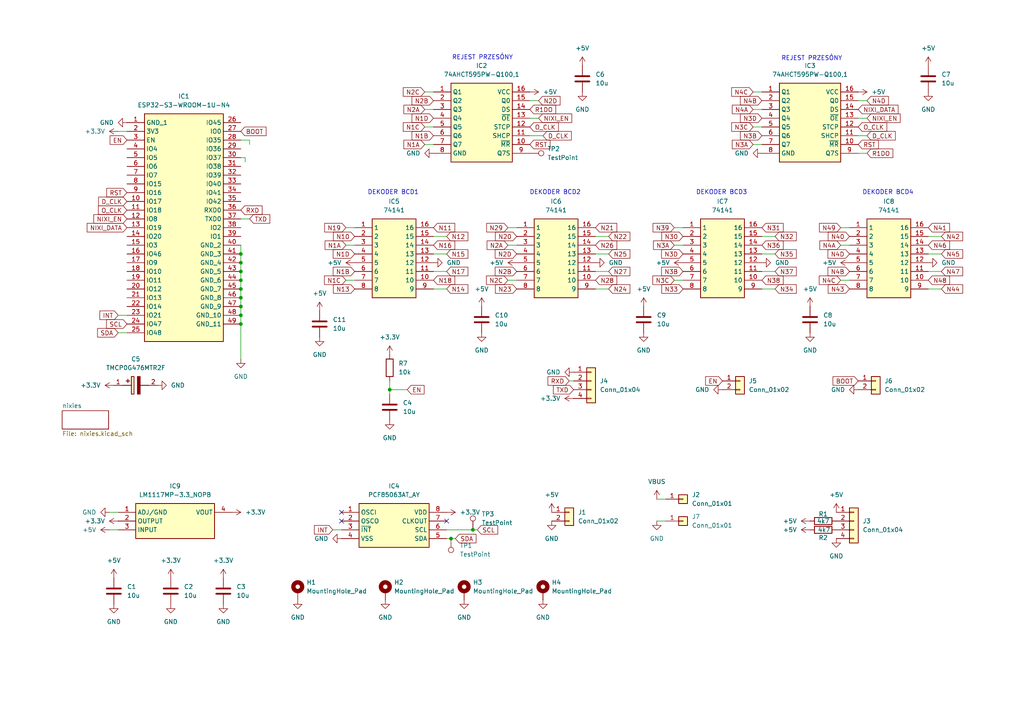
<source format=kicad_sch>
(kicad_sch (version 20250114) (generator "eeschema") (generator_version "9.0")
  (paper "A4")
  (text "DEKODER BCD2\n" (at 161.036 55.88 0) (effects (font (size 1.27 1.27))))
  (text "REJEST PRZESÓNY\n" (at 235.458 17.018 0) (effects (font (size 1.27 1.27))))
  (text "DEKODER BCD4" (at 257.556 55.88 0) (effects (font (size 1.27 1.27))))
  (text "DEKODER BCD3" (at 209.296 55.88 0) (effects (font (size 1.27 1.27))))
  (text "DEKODER BCD1\n" (at 114.046 55.88 0) (effects (font (size 1.27 1.27))))
  (text "REJEST PRZESÓNY\n" (at 139.954 16.764 0) (effects (font (size 1.27 1.27))))
  (junction (at 69.85 78.74))
  (junction (at 69.85 86.36))
  (junction (at 69.85 93.98))
  (junction (at 69.85 73.66))
  (junction (at 137.16 153.67))
  (junction (at 69.85 81.28))
  (junction (at 113.03 113.03))
  (junction (at 69.85 91.44))
  (junction (at 69.85 88.9))
  (junction (at 69.85 76.2))
  (junction (at 130.81 156.21))
  (junction (at 69.85 83.82))
  (no_connect (at 129.54 151.13))
  (no_connect (at 99.06 148.59))
  (no_connect (at 99.06 151.13))
  (wire (pts (xy 125.73 83.82) (xy 129.54 83.82)))
  (wire (pts (xy 172.72 73.66) (xy 176.53 73.66)))
  (wire (pts (xy 69.85 104.14) (xy 69.85 93.98)))
  (wire (pts (xy 130.81 156.21) (xy 132.08 156.21)))
  (wire (pts (xy 113.03 113.03) (xy 118.11 113.03)))
  (wire (pts (xy 218.44 36.83) (xy 220.98 36.83)))
  (wire (pts (xy 153.67 39.37) (xy 157.48 39.37)))
  (wire (pts (xy 123.19 26.67) (xy 125.73 26.67)))
  (wire (pts (xy 220.98 73.66) (xy 224.79 73.66)))
  (wire (pts (xy 123.19 36.83) (xy 125.73 36.83)))
  (wire (pts (xy 251.46 29.21) (xy 248.92 29.21)))
  (wire (pts (xy 125.73 68.58) (xy 129.54 68.58)))
  (wire (pts (xy 220.98 68.58) (xy 224.79 68.58)))
  (wire (pts (xy 190.5 151.13) (xy 193.04 151.13)))
  (wire (pts (xy 193.04 144.78) (xy 190.5 144.78)))
  (wire (pts (xy 147.32 71.12) (xy 149.86 71.12)))
  (wire (pts (xy 34.29 91.44) (xy 36.83 91.44)))
  (wire (pts (xy 69.85 86.36) (xy 69.85 88.9)))
  (wire (pts (xy 123.19 31.75) (xy 125.73 31.75)))
  (wire (pts (xy 69.85 78.74) (xy 69.85 81.28)))
  (wire (pts (xy 34.29 96.52) (xy 36.83 96.52)))
  (wire (pts (xy 137.16 153.67) (xy 129.54 153.67)))
  (wire (pts (xy 153.67 34.29) (xy 156.21 34.29)))
  (wire (pts (xy 69.85 83.82) (xy 69.85 86.36)))
  (wire (pts (xy 269.24 68.58) (xy 273.05 68.58)))
  (wire (pts (xy 69.85 81.28) (xy 69.85 83.82)))
  (wire (pts (xy 31.75 148.59) (xy 34.29 148.59)))
  (wire (pts (xy 71.12 46.99) (xy 71.12 45.72)))
  (wire (pts (xy 218.44 26.67) (xy 220.98 26.67)))
  (wire (pts (xy 243.84 81.28) (xy 246.38 81.28)))
  (wire (pts (xy 269.24 83.82) (xy 273.05 83.82)))
  (wire (pts (xy 172.72 68.58) (xy 176.53 68.58)))
  (wire (pts (xy 125.73 78.74) (xy 129.54 78.74)))
  (wire (pts (xy 165.1 110.49) (xy 166.37 110.49)))
  (wire (pts (xy 69.85 76.2) (xy 69.85 78.74)))
  (wire (pts (xy 248.92 39.37) (xy 251.46 39.37)))
  (wire (pts (xy 195.58 66.04) (xy 198.12 66.04)))
  (wire (pts (xy 218.44 31.75) (xy 220.98 31.75)))
  (wire (pts (xy 172.72 83.82) (xy 176.53 83.82)))
  (wire (pts (xy 243.84 71.12) (xy 246.38 71.12)))
  (wire (pts (xy 100.33 81.28) (xy 102.87 81.28)))
  (wire (pts (xy 100.33 71.12) (xy 102.87 71.12)))
  (wire (pts (xy 153.67 29.21) (xy 156.21 29.21)))
  (wire (pts (xy 69.85 91.44) (xy 69.85 93.98)))
  (wire (pts (xy 34.29 38.1) (xy 36.83 38.1)))
  (wire (pts (xy 123.19 41.91) (xy 125.73 41.91)))
  (wire (pts (xy 113.03 110.49) (xy 113.03 113.03)))
  (wire (pts (xy 69.85 88.9) (xy 69.85 91.44)))
  (wire (pts (xy 125.73 73.66) (xy 129.54 73.66)))
  (wire (pts (xy 248.92 34.29) (xy 251.46 34.29)))
  (wire (pts (xy 172.72 78.74) (xy 176.53 78.74)))
  (wire (pts (xy 113.03 113.03) (xy 113.03 114.3)))
  (wire (pts (xy 147.32 66.04) (xy 149.86 66.04)))
  (wire (pts (xy 220.98 83.82) (xy 224.79 83.82)))
  (wire (pts (xy 31.75 153.67) (xy 34.29 153.67)))
  (wire (pts (xy 251.46 44.45) (xy 248.92 44.45)))
  (wire (pts (xy 218.44 41.91) (xy 220.98 41.91)))
  (wire (pts (xy 96.52 153.67) (xy 99.06 153.67)))
  (wire (pts (xy 72.39 41.91) (xy 72.39 40.64)))
  (wire (pts (xy 269.24 73.66) (xy 273.05 73.66)))
  (wire (pts (xy 72.39 63.5) (xy 69.85 63.5)))
  (wire (pts (xy 195.58 81.28) (xy 198.12 81.28)))
  (wire (pts (xy 195.58 71.12) (xy 198.12 71.12)))
  (wire (pts (xy 220.98 78.74) (xy 224.79 78.74)))
  (wire (pts (xy 147.32 81.28) (xy 149.86 81.28)))
  (wire (pts (xy 138.43 153.67) (xy 137.16 153.67)))
  (wire (pts (xy 243.84 66.04) (xy 246.38 66.04)))
  (wire (pts (xy 269.24 78.74) (xy 273.05 78.74)))
  (wire (pts (xy 100.33 66.04) (xy 102.87 66.04)))
  (wire (pts (xy 69.85 73.66) (xy 69.85 76.2)))
  (wire (pts (xy 69.85 71.12) (xy 69.85 73.66)))
  (wire (pts (xy 71.12 45.72) (xy 69.85 45.72)))
  (wire (pts (xy 72.39 40.64) (xy 69.85 40.64)))
  (wire (pts (xy 129.54 156.21) (xy 130.81 156.21)))
  (global_label "N46" (shape input) (at 269.24 71.12 0) (property "Intersheetrefs" "${INTERSHEET_REFS}" (effects (hide yes))))
  (global_label "N28" (shape input) (at 172.72 81.28 0) (property "Intersheetrefs" "${INTERSHEET_REFS}" (effects (hide yes))))
  (global_label "INT" (shape input) (at 96.52 153.67 180) (property "Intersheetrefs" "${INTERSHEET_REFS}" (effects (hide yes))))
  (global_label "N10" (shape input) (at 102.87 68.58 180) (property "Intersheetrefs" "${INTERSHEET_REFS}" (effects (hide yes))))
  (global_label "N36" (shape input) (at 220.98 71.12 0) (property "Intersheetrefs" "${INTERSHEET_REFS}" (effects (hide yes))))
  (global_label "N40" (shape input) (at 246.38 68.58 180) (property "Intersheetrefs" "${INTERSHEET_REFS}" (effects (hide yes))))
  (global_label "N49" (shape input) (at 243.84 66.04 180) (property "Intersheetrefs" "${INTERSHEET_REFS}" (effects (hide yes))))
  (global_label "N22" (shape input) (at 176.53 68.58 0) (property "Intersheetrefs" "${INTERSHEET_REFS}" (effects (hide yes))))
  (global_label "N1B" (shape input) (at 125.73 39.37 180) (property "Intersheetrefs" "${INTERSHEET_REFS}" (effects (hide yes))))
  (global_label "N1A" (shape input) (at 123.19 41.91 180) (property "Intersheetrefs" "${INTERSHEET_REFS}" (effects (hide yes))))
  (global_label "R1DO" (shape input) (at 153.67 31.75 0) (property "Intersheetrefs" "${INTERSHEET_REFS}" (effects (hide yes))))
  (global_label "N3C" (shape input) (at 195.58 81.28 180) (property "Intersheetrefs" "${INTERSHEET_REFS}" (effects (hide yes))))
  (global_label "EN" (shape input) (at 118.11 113.03 0) (property "Intersheetrefs" "${INTERSHEET_REFS}" (effects (hide yes))))
  (global_label "N48" (shape input) (at 269.24 81.28 0) (property "Intersheetrefs" "${INTERSHEET_REFS}" (effects (hide yes))))
  (global_label "N3B" (shape input) (at 198.12 78.74 180) (property "Intersheetrefs" "${INTERSHEET_REFS}" (effects (hide yes))))
  (global_label "N4D" (shape input) (at 246.38 73.66 180) (property "Intersheetrefs" "${INTERSHEET_REFS}" (effects (hide yes))))
  (global_label "BOOT" (shape input) (at 69.85 38.1 0) (property "Intersheetrefs" "${INTERSHEET_REFS}" (effects (hide yes))))
  (global_label "N1C" (shape input) (at 123.19 36.83 180) (property "Intersheetrefs" "${INTERSHEET_REFS}" (effects (hide yes))))
  (global_label "N4C" (shape input) (at 243.84 81.28 180) (property "Intersheetrefs" "${INTERSHEET_REFS}" (effects (hide yes))))
  (global_label "N4A" (shape input) (at 218.44 31.75 180) (property "Intersheetrefs" "${INTERSHEET_REFS}" (effects (hide yes))))
  (global_label "SDA" (shape input) (at 34.29 96.52 180) (property "Intersheetrefs" "${INTERSHEET_REFS}" (effects (hide yes))))
  (global_label "N34" (shape input) (at 224.79 83.82 0) (property "Intersheetrefs" "${INTERSHEET_REFS}" (effects (hide yes))))
  (global_label "N31" (shape input) (at 220.98 66.04 0) (property "Intersheetrefs" "${INTERSHEET_REFS}" (effects (hide yes))))
  (global_label "N3D" (shape input) (at 220.98 34.29 180) (property "Intersheetrefs" "${INTERSHEET_REFS}" (effects (hide yes))))
  (global_label "N20" (shape input) (at 149.86 68.58 180) (property "Intersheetrefs" "${INTERSHEET_REFS}" (effects (hide yes))))
  (global_label "R1DO" (shape input) (at 251.46 44.45 0) (property "Intersheetrefs" "${INTERSHEET_REFS}" (effects (hide yes))))
  (global_label "N18" (shape input) (at 125.73 81.28 0) (property "Intersheetrefs" "${INTERSHEET_REFS}" (effects (hide yes))))
  (global_label "N32" (shape input) (at 224.79 68.58 0) (property "Intersheetrefs" "${INTERSHEET_REFS}" (effects (hide yes))))
  (global_label "N1B" (shape input) (at 102.87 78.74 180) (property "Intersheetrefs" "${INTERSHEET_REFS}" (effects (hide yes))))
  (global_label "D_CLK" (shape input) (at 36.83 58.42 180) (property "Intersheetrefs" "${INTERSHEET_REFS}" (effects (hide yes))))
  (global_label "N23" (shape input) (at 149.86 83.82 180) (property "Intersheetrefs" "${INTERSHEET_REFS}" (effects (hide yes))))
  (global_label "RST" (shape input) (at 248.92 41.91 0) (property "Intersheetrefs" "${INTERSHEET_REFS}" (effects (hide yes))))
  (global_label "N2B" (shape input) (at 149.86 78.74 180) (property "Intersheetrefs" "${INTERSHEET_REFS}" (effects (hide yes))))
  (global_label "NIXI_EN" (shape input) (at 156.21 34.29 0) (property "Intersheetrefs" "${INTERSHEET_REFS}" (effects (hide yes))))
  (global_label "N1D" (shape input) (at 125.73 34.29 180) (property "Intersheetrefs" "${INTERSHEET_REFS}" (effects (hide yes))))
  (global_label "NIXI_EN" (shape input) (at 251.46 34.29 0) (property "Intersheetrefs" "${INTERSHEET_REFS}" (effects (hide yes))))
  (global_label "N2D" (shape input) (at 149.86 73.66 180) (property "Intersheetrefs" "${INTERSHEET_REFS}" (effects (hide yes))))
  (global_label "N43" (shape input) (at 246.38 83.82 180) (property "Intersheetrefs" "${INTERSHEET_REFS}" (effects (hide yes))))
  (global_label "EN" (shape input) (at 36.83 40.64 180) (property "Intersheetrefs" "${INTERSHEET_REFS}" (effects (hide yes))))
  (global_label "N44" (shape input) (at 273.05 83.82 0) (property "Intersheetrefs" "${INTERSHEET_REFS}" (effects (hide yes))))
  (global_label "N15" (shape input) (at 129.54 73.66 0) (property "Intersheetrefs" "${INTERSHEET_REFS}" (effects (hide yes))))
  (global_label "N3A" (shape input) (at 195.58 71.12 180) (property "Intersheetrefs" "${INTERSHEET_REFS}" (effects (hide yes))))
  (global_label "N2B" (shape input) (at 125.73 29.21 180) (property "Intersheetrefs" "${INTERSHEET_REFS}" (effects (hide yes))))
  (global_label "NIXI_DATA" (shape input) (at 248.92 31.75 0) (property "Intersheetrefs" "${INTERSHEET_REFS}" (effects (hide yes))))
  (global_label "N41" (shape input) (at 269.24 66.04 0) (property "Intersheetrefs" "${INTERSHEET_REFS}" (effects (hide yes))))
  (global_label "RXD" (shape input) (at 165.1 110.49 180) (property "Intersheetrefs" "${INTERSHEET_REFS}" (effects (hide yes))))
  (global_label "N26" (shape input) (at 172.72 71.12 0) (property "Intersheetrefs" "${INTERSHEET_REFS}" (effects (hide yes))))
  (global_label "N37" (shape input) (at 224.79 78.74 0) (property "Intersheetrefs" "${INTERSHEET_REFS}" (effects (hide yes))))
  (global_label "N2C" (shape input) (at 147.32 81.28 180) (property "Intersheetrefs" "${INTERSHEET_REFS}" (effects (hide yes))))
  (global_label "N35" (shape input) (at 224.79 73.66 0) (property "Intersheetrefs" "${INTERSHEET_REFS}" (effects (hide yes))))
  (global_label "D_CLK" (shape input) (at 157.48 39.37 0) (property "Intersheetrefs" "${INTERSHEET_REFS}" (effects (hide yes))))
  (global_label "SCL" (shape input) (at 36.83 93.98 180) (property "Intersheetrefs" "${INTERSHEET_REFS}" (effects (hide yes))))
  (global_label "N19" (shape input) (at 100.33 66.04 180) (property "Intersheetrefs" "${INTERSHEET_REFS}" (effects (hide yes))))
  (global_label "O_CLK" (shape input) (at 248.92 36.83 0) (property "Intersheetrefs" "${INTERSHEET_REFS}" (effects (hide yes))))
  (global_label "N17" (shape input) (at 129.54 78.74 0) (property "Intersheetrefs" "${INTERSHEET_REFS}" (effects (hide yes))))
  (global_label "N1A" (shape input) (at 100.33 71.12 180) (property "Intersheetrefs" "${INTERSHEET_REFS}" (effects (hide yes))))
  (global_label "N13" (shape input) (at 102.87 83.82 180) (property "Intersheetrefs" "${INTERSHEET_REFS}" (effects (hide yes))))
  (global_label "N3B" (shape input) (at 220.98 39.37 180) (property "Intersheetrefs" "${INTERSHEET_REFS}" (effects (hide yes))))
  (global_label "N2A" (shape input) (at 147.32 71.12 180) (property "Intersheetrefs" "${INTERSHEET_REFS}" (effects (hide yes))))
  (global_label "RST" (shape input) (at 36.83 55.88 180) (property "Intersheetrefs" "${INTERSHEET_REFS}" (effects (hide yes))))
  (global_label "N21" (shape input) (at 172.72 66.04 0) (property "Intersheetrefs" "${INTERSHEET_REFS}" (effects (hide yes))))
  (global_label "RXD" (shape input) (at 69.85 60.96 0) (property "Intersheetrefs" "${INTERSHEET_REFS}" (effects (hide yes))))
  (global_label "N24" (shape input) (at 176.53 83.82 0) (property "Intersheetrefs" "${INTERSHEET_REFS}" (effects (hide yes))))
  (global_label "N2A" (shape input) (at 123.19 31.75 180) (property "Intersheetrefs" "${INTERSHEET_REFS}" (effects (hide yes))))
  (global_label "N14" (shape input) (at 129.54 83.82 0) (property "Intersheetrefs" "${INTERSHEET_REFS}" (effects (hide yes))))
  (global_label "N4B" (shape input) (at 246.38 78.74 180) (property "Intersheetrefs" "${INTERSHEET_REFS}" (effects (hide yes))))
  (global_label "N33" (shape input) (at 198.12 83.82 180) (property "Intersheetrefs" "${INTERSHEET_REFS}" (effects (hide yes))))
  (global_label "SCL" (shape input) (at 138.43 153.67 0) (property "Intersheetrefs" "${INTERSHEET_REFS}" (effects (hide yes))))
  (global_label "N47" (shape input) (at 273.05 78.74 0) (property "Intersheetrefs" "${INTERSHEET_REFS}" (effects (hide yes))))
  (global_label "N38" (shape input) (at 220.98 81.28 0) (property "Intersheetrefs" "${INTERSHEET_REFS}" (effects (hide yes))))
  (global_label "N1D" (shape input) (at 102.87 73.66 180) (property "Intersheetrefs" "${INTERSHEET_REFS}" (effects (hide yes))))
  (global_label "N3C" (shape input) (at 218.44 36.83 180) (property "Intersheetrefs" "${INTERSHEET_REFS}" (effects (hide yes))))
  (global_label "N2C" (shape input) (at 123.19 26.67 180) (property "Intersheetrefs" "${INTERSHEET_REFS}" (effects (hide yes))))
  (global_label "N39" (shape input) (at 195.58 66.04 180) (property "Intersheetrefs" "${INTERSHEET_REFS}" (effects (hide yes))))
  (global_label "N4D" (shape input) (at 251.46 29.21 0) (property "Intersheetrefs" "${INTERSHEET_REFS}" (effects (hide yes))))
  (global_label "N45" (shape input) (at 273.05 73.66 0) (property "Intersheetrefs" "${INTERSHEET_REFS}" (effects (hide yes))))
  (global_label "N2D" (shape input) (at 156.21 29.21 0) (property "Intersheetrefs" "${INTERSHEET_REFS}" (effects (hide yes))))
  (global_label "N27" (shape input) (at 176.53 78.74 0) (property "Intersheetrefs" "${INTERSHEET_REFS}" (effects (hide yes))))
  (global_label "N42" (shape input) (at 273.05 68.58 0) (property "Intersheetrefs" "${INTERSHEET_REFS}" (effects (hide yes))))
  (global_label "N29" (shape input) (at 147.32 66.04 180) (property "Intersheetrefs" "${INTERSHEET_REFS}" (effects (hide yes))))
  (global_label "RST" (shape input) (at 153.67 41.91 0) (property "Intersheetrefs" "${INTERSHEET_REFS}" (effects (hide yes))))
  (global_label "N4C" (shape input) (at 218.44 26.67 180) (property "Intersheetrefs" "${INTERSHEET_REFS}" (effects (hide yes))))
  (global_label "O_CLK" (shape input) (at 153.67 36.83 0) (property "Intersheetrefs" "${INTERSHEET_REFS}" (effects (hide yes))))
  (global_label "TXD" (shape input) (at 166.37 113.03 180) (property "Intersheetrefs" "${INTERSHEET_REFS}" (effects (hide yes))))
  (global_label "N16" (shape input) (at 125.73 71.12 0) (property "Intersheetrefs" "${INTERSHEET_REFS}" (effects (hide yes))))
  (global_label "TXD" (shape input) (at 72.39 63.5 0) (property "Intersheetrefs" "${INTERSHEET_REFS}" (effects (hide yes))))
  (global_label "D_CLK" (shape input) (at 251.46 39.37 0) (property "Intersheetrefs" "${INTERSHEET_REFS}" (effects (hide yes))))
  (global_label "N30" (shape input) (at 198.12 68.58 180) (property "Intersheetrefs" "${INTERSHEET_REFS}" (effects (hide yes))))
  (global_label "N11" (shape input) (at 125.73 66.04 0) (property "Intersheetrefs" "${INTERSHEET_REFS}" (effects (hide yes))))
  (global_label "N1C" (shape input) (at 100.33 81.28 180) (property "Intersheetrefs" "${INTERSHEET_REFS}" (effects (hide yes))))
  (global_label "SDA" (shape input) (at 132.08 156.21 0) (property "Intersheetrefs" "${INTERSHEET_REFS}" (effects (hide yes))))
  (global_label "N4A" (shape input) (at 243.84 71.12 180) (property "Intersheetrefs" "${INTERSHEET_REFS}" (effects (hide yes))))
  (global_label "O_CLK" (shape input) (at 36.83 60.96 180) (property "Intersheetrefs" "${INTERSHEET_REFS}" (effects (hide yes))))
  (global_label "N3A" (shape input) (at 218.44 41.91 180) (property "Intersheetrefs" "${INTERSHEET_REFS}" (effects (hide yes))))
  (global_label "INT" (shape input) (at 34.29 91.44 180) (property "Intersheetrefs" "${INTERSHEET_REFS}" (effects (hide yes))))
  (global_label "NIXI_EN" (shape input) (at 36.83 63.5 180) (property "Intersheetrefs" "${INTERSHEET_REFS}" (effects (hide yes))))
  (global_label "EN" (shape input) (at 209.55 110.49 180) (property "Intersheetrefs" "${INTERSHEET_REFS}" (effects (hide yes))))
  (global_label "NIXI_DATA" (shape input) (at 36.83 66.04 180) (property "Intersheetrefs" "${INTERSHEET_REFS}" (effects (hide yes))))
  (global_label "BOOT" (shape input) (at 248.92 110.49 180) (property "Intersheetrefs" "${INTERSHEET_REFS}" (effects (hide yes))))
  (global_label "N12" (shape input) (at 129.54 68.58 0) (property "Intersheetrefs" "${INTERSHEET_REFS}" (effects (hide yes))))
  (global_label "N3D" (shape input) (at 198.12 73.66 180) (property "Intersheetrefs" "${INTERSHEET_REFS}" (effects (hide yes))))
  (global_label "N4B" (shape input) (at 220.98 29.21 180) (property "Intersheetrefs" "${INTERSHEET_REFS}" (effects (hide yes))))
  (global_label "N25" (shape input) (at 176.53 73.66 0) (property "Intersheetrefs" "${INTERSHEET_REFS}" (effects (hide yes))))
  (symbol (lib_id "power:VBUS") (at 190.5 144.78 0) (unit 1)
    (property "Reference" "#PWR032" (effects (hide yes)))
    (property "Value" "VBUS" (at 190.5 139.7 0))
    (property "Description" "Power symbol creates a global label with name \"VBUS\"" (effects (hide yes)))
  )
  (symbol (lib_id "power:+5V") (at 168.91 19.05 0) (unit 1)
    (property "Reference" "#PWR052" (effects (hide yes)))
    (property "Value" "+5V" (at 168.91 13.97 0))
    (property "Description" "Power symbol creates a global label with name \"+5V\"" (effects (hide yes)))
  )
  (symbol (lib_id "Connector_Generic:Conn_01x02") (at 254 110.49 0) (unit 1)
    (property "Reference" "J6" (at 256.54 110.4899 0) (effects (justify left)))
    (property "Value" "Conn_01x02" (at 256.54 113.0299 0) (effects (justify left)))
    (property "Footprint" "Connector_PinHeader_2.54mm:PinHeader_1x02_P2.54mm_Vertical" (effects (hide yes)))
    (property "Description" "Generic connector, single row, 01x02, script generated (kicad-library-utils/schlib/autogen/connector/)" (effects (hide yes)))
  )
  (symbol (lib_id "power:GND") (at 166.37 107.95 270) (unit 1)
    (property "Reference" "#PWR047" (effects (hide yes)))
    (property "Value" "GND" (at 162.56 107.9499 90) (effects (justify right)))
    (property "Description" "Power symbol creates a global label with name \"GND\" , ground" (effects (hide yes)))
  )
  (symbol (lib_id "SamacSys_Parts:PCF85063AT_AY") (at 99.06 148.59 0) (unit 1)
    (property "Reference" "IC4" (at 114.3 140.97 0))
    (property "Value" "PCF85063AT_AY" (at 114.3 143.51 0))
    (property "Footprint" "SOIC127P600X175-8N" (effects (hide yes)))
    (property "Datasheet" "https://componentsearchengine.com/Datasheets/2/PCF85063AT_AY.pdf" (effects (hide yes)))
    (property "Description" "Real Time Clock Low Power Real time clocks" (effects (hide yes)))
    (property "Height" "1.75" (effects (hide yes)))
    (property "Manufacturer_Name" "NXP" (effects (hide yes)))
    (property "Manufacturer_Part_Number" "PCF85063AT/AY" (effects (hide yes)))
    (property "Mouser Part Number" "771-PCF85063AT/AY" (effects (hide yes)))
    (property "Mouser Price/Stock" "https://www.mouser.co.uk/ProductDetail/NXP-Semiconductors/PCF85063AT-AY?qs=Yna0arPQ0CSwctr%252Bb0ls0Q%3D%3D" (effects (hide yes)))
    (property "Arrow Part Number" "PCF85063AT/AY" (effects (hide yes)))
    (property "Arrow Price/Stock" "https://www.arrow.com/en/products/pcf85063atay/nxp-semiconductors?region=nac" (effects (hide yes)))
  )
  (symbol (lib_id "power:GND") (at 139.7 96.52 0) (unit 1)
    (property "Reference" "#PWR061" (effects (hide yes)))
    (property "Value" "GND" (at 139.7 101.6 0))
    (property "Description" "Power symbol creates a global label with name \"GND\" , ground" (effects (hide yes)))
  )
  (symbol (lib_id "power:GND") (at 172.72 76.2 90) (unit 1)
    (property "Reference" "#PWR010" (effects (hide yes)))
    (property "Value" "GND" (at 176.53 76.1999 90) (effects (justify right)))
    (property "Description" "Power symbol creates a global label with name \"GND\" , ground" (effects (hide yes)))
  )
  (symbol (lib_id "power:GND") (at 111.76 173.99 0) (unit 1)
    (property "Reference" "#PWR037" (effects (hide yes)))
    (property "Value" "GND" (at 111.76 179.07 0))
    (property "Description" "Power symbol creates a global label with name \"GND\" , ground" (effects (hide yes)))
  )
  (symbol (lib_id "power:+5V") (at 248.92 26.67 270) (unit 1)
    (property "Reference" "#PWR05" (effects (hide yes)))
    (property "Value" "+5V" (at 252.73 26.6699 90) (effects (justify left)))
    (property "Description" "Power symbol creates a global label with name \"+5V\"" (effects (hide yes)))
  )
  (symbol (lib_id "Connector_Generic:Conn_01x04") (at 171.45 110.49 0) (unit 1)
    (property "Reference" "J4" (at 173.99 110.4899 0) (effects (justify left)))
    (property "Value" "Conn_01x04" (at 173.99 113.0299 0) (effects (justify left)))
    (property "Footprint" "Connector_PinHeader_2.54mm:PinHeader_1x04_P2.54mm_Vertical" (effects (hide yes)))
    (property "Description" "Generic connector, single row, 01x04, script generated (kicad-library-utils/schlib/autogen/connector/)" (effects (hide yes)))
  )
  (symbol (lib_id "SamacSys_Parts:LM1117MP-3.3_NOPB") (at 34.29 148.59 0) (unit 1)
    (property "Reference" "IC9" (at 50.8 140.97 0))
    (property "Value" "LM1117MP-3.3_NOPB" (at 50.8 143.51 0))
    (property "Footprint" "SOT230P700X180-4N" (effects (hide yes)))
    (property "Datasheet" "http://www.ti.com/general/docs/suppproductinfo.tsp?distId=10&gotoUrl=http%3A%2F%2Fwww.ti.com%2Flit%2Fgpn%2Flm1117" (effects (hide yes)))
    (property "Description" "Space saving 800-mA low-dropout linear regulator with internal current limit" (effects (hide yes)))
    (property "Height" "1.8" (effects (hide yes)))
    (property "Manufacturer_Name" "Texas Instruments" (effects (hide yes)))
    (property "Manufacturer_Part_Number" "LM1117MP-3.3/NOPB" (effects (hide yes)))
    (property "Mouser Part Number" "926-LM1117MP-3.3NOPB" (effects (hide yes)))
    (property "Mouser Price/Stock" "https://www.mouser.co.uk/ProductDetail/Texas-Instruments/LM1117MP-3.3-NOPB?qs=X1J7HmVL2ZFn4x9DZ4T2hA%3D%3D" (effects (hide yes)))
    (property "Arrow Part Number" "LM1117MP-3.3/NOPB" (effects (hide yes)))
    (property "Arrow Price/Stock" "https://www.arrow.com/en/products/lm1117mp-3.3nopb/texas-instruments?region=nac" (effects (hide yes)))
  )
  (symbol (lib_id "power:+3.3V") (at 64.77 167.64 0) (unit 1)
    (property "Reference" "#PWR021" (effects (hide yes)))
    (property "Value" "+3.3V" (at 64.77 162.56 0))
    (property "Description" "Power symbol creates a global label with name \"+3.3V\"" (effects (hide yes)))
  )
  (symbol (lib_id "power:GND") (at 186.69 96.52 0) (unit 1)
    (property "Reference" "#PWR059" (effects (hide yes)))
    (property "Value" "GND" (at 186.69 101.6 0))
    (property "Description" "Power symbol creates a global label with name \"GND\" , ground" (effects (hide yes)))
  )
  (symbol (lib_id "Device:C") (at 186.69 92.71 180) (unit 1)
    (property "Reference" "C9" (at 190.5 91.4399 0) (effects (justify right)))
    (property "Value" "10u" (at 190.5 93.9799 0) (effects (justify right)))
    (property "Footprint" "Capacitor_SMD:C_0805_2012Metric_Pad1.18x1.45mm_HandSolder" (effects (hide yes)))
    (property "Description" "Unpolarized capacitor" (effects (hide yes)))
  )
  (symbol (lib_id "power:+5V") (at 102.87 76.2 90) (unit 1)
    (property "Reference" "#PWR08" (effects (hide yes)))
    (property "Value" "+5V" (at 99.06 76.1999 90) (effects (justify left)))
    (property "Description" "Power symbol creates a global label with name \"+5V\"" (effects (hide yes)))
  )
  (symbol (lib_id "power:GND") (at 99.06 156.21 270) (unit 1)
    (property "Reference" "#PWR02" (effects (hide yes)))
    (property "Value" "GND" (at 95.25 156.2099 90) (effects (justify right)))
    (property "Description" "Power symbol creates a global label with name \"GND\" , ground" (effects (hide yes)))
  )
  (symbol (lib_id "power:GND") (at 31.75 148.59 270) (unit 1)
    (property "Reference" "#PWR017" (effects (hide yes)))
    (property "Value" "GND" (at 27.94 148.5899 90) (effects (justify right)))
    (property "Description" "Power symbol creates a global label with name \"GND\" , ground" (effects (hide yes)))
  )
  (symbol (lib_id "power:GND") (at 168.91 26.67 0) (unit 1)
    (property "Reference" "#PWR053" (effects (hide yes)))
    (property "Value" "GND" (at 168.91 31.75 0))
    (property "Description" "Power symbol creates a global label with name \"GND\" , ground" (effects (hide yes)))
  )
  (symbol (lib_id "power:+3.3V") (at 34.29 38.1 90) (unit 1)
    (property "Reference" "#PWR029" (effects (hide yes)))
    (property "Value" "+3.3V" (at 30.48 38.0999 90) (effects (justify left)))
    (property "Description" "Power symbol creates a global label with name \"+3.3V\"" (effects (hide yes)))
  )
  (symbol (lib_id "power:+3.3V") (at 33.02 111.76 90) (unit 1)
    (property "Reference" "#PWR050" (effects (hide yes)))
    (property "Value" "+3.3V" (at 29.21 111.7599 90) (effects (justify left)))
    (property "Description" "Power symbol creates a global label with name \"+3.3V\"" (effects (hide yes)))
  )
  (symbol (lib_id "Mechanical:MountingHole_Pad") (at 157.48 171.45 0) (unit 1) (exclude_from_sim yes) (in_bom no)
    (property "Reference" "H4" (at 160.02 168.9099 0) (effects (justify left)))
    (property "Value" "MountingHole_Pad" (at 160.02 171.4499 0) (effects (justify left)))
    (property "Footprint" "MountingHole:MountingHole_3.2mm_M3_Pad_Via" (effects (hide yes)))
    (property "Description" "Mounting Hole with connection" (effects (hide yes)))
  )
  (symbol (lib_id "power:+5V") (at 92.71 90.17 0) (unit 1)
    (property "Reference" "#PWR062" (effects (hide yes)))
    (property "Value" "+5V" (at 92.71 85.09 0))
    (property "Description" "Power symbol creates a global label with name \"+5V\"" (effects (hide yes)))
  )
  (symbol (lib_id "Device:R") (at 238.76 153.67 90) (unit 1)
    (property "Reference" "R2" (at 238.76 155.956 90))
    (property "Value" "4k7" (at 239.014 153.67 90))
    (property "Footprint" "Resistor_SMD:R_0805_2012Metric_Pad1.20x1.40mm_HandSolder" (effects (hide yes)))
    (property "Description" "Resistor" (effects (hide yes)))
  )
  (symbol (lib_id "power:GND") (at 269.24 76.2 90) (unit 1)
    (property "Reference" "#PWR014" (effects (hide yes)))
    (property "Value" "GND" (at 273.05 76.1999 90) (effects (justify right)))
    (property "Description" "Power symbol creates a global label with name \"GND\" , ground" (effects (hide yes)))
  )
  (symbol (lib_id "power:+5V") (at 234.95 153.67 90) (unit 1)
    (property "Reference" "#PWR043" (effects (hide yes)))
    (property "Value" "+5V" (at 231.14 153.6699 90) (effects (justify left)))
    (property "Description" "Power symbol creates a global label with name \"+5V\"" (effects (hide yes)))
  )
  (symbol (lib_id "power:+5V") (at 242.57 148.59 0) (unit 1)
    (property "Reference" "#PWR040" (effects (hide yes)))
    (property "Value" "+5V" (at 242.57 143.51 0))
    (property "Description" "Power symbol creates a global label with name \"+5V\"" (effects (hide yes)))
  )
  (symbol (lib_id "power:GND") (at 86.36 173.99 0) (unit 1)
    (property "Reference" "#PWR036" (effects (hide yes)))
    (property "Value" "GND" (at 86.36 179.07 0))
    (property "Description" "Power symbol creates a global label with name \"GND\" , ground" (effects (hide yes)))
  )
  (symbol (lib_id "Device:C") (at 33.02 171.45 180) (unit 1)
    (property "Reference" "C1" (at 36.83 170.1799 0) (effects (justify right)))
    (property "Value" "10u" (at 36.83 172.7199 0) (effects (justify right)))
    (property "Footprint" "Capacitor_SMD:C_0805_2012Metric_Pad1.18x1.45mm_HandSolder" (effects (hide yes)))
    (property "Description" "Unpolarized capacitor" (effects (hide yes)))
  )
  (symbol (lib_id "power:GND") (at 242.57 156.21 0) (unit 1)
    (property "Reference" "#PWR041" (effects (hide yes)))
    (property "Value" "GND" (at 242.57 161.29 0))
    (property "Description" "Power symbol creates a global label with name \"GND\" , ground" (effects (hide yes)))
  )
  (symbol (lib_id "power:+5V") (at 139.7 88.9 0) (unit 1)
    (property "Reference" "#PWR060" (effects (hide yes)))
    (property "Value" "+5V" (at 139.7 83.82 0))
    (property "Description" "Power symbol creates a global label with name \"+5V\"" (effects (hide yes)))
  )
  (symbol (lib_id "power:+5V") (at 269.24 19.05 0) (unit 1)
    (property "Reference" "#PWR054" (effects (hide yes)))
    (property "Value" "+5V" (at 269.24 13.97 0))
    (property "Description" "Power symbol creates a global label with name \"+5V\"" (effects (hide yes)))
  )
  (symbol (lib_id "SamacSys_Parts:74AHCT595PW-Q100,1") (at 125.73 26.67 0) (unit 1)
    (property "Reference" "IC2" (at 139.7 19.05 0))
    (property "Value" "74AHCT595PW-Q100,1" (at 139.7 21.59 0))
    (property "Footprint" "SOP65P640X110-16N" (effects (hide yes)))
    (property "Datasheet" "https://assets.nexperia.com/documents/data-sheet/74AHC_AHCT595_Q100.pdf" (effects (hide yes)))
    (property "Description" "74AHC(T)595-Q100 - 8-bit serial-in/serial-out or parallel-out shift register with output latches@en-us" (effects (hide yes)))
    (property "Height" "1.1" (effects (hide yes)))
    (property "Manufacturer_Name" "Nexperia" (effects (hide yes)))
    (property "Manufacturer_Part_Number" "74AHCT595PW-Q100,1" (effects (hide yes)))
    (property "Mouser Part Number" "771-74AHCT595PWQ1001" (effects (hide yes)))
    (property "Mouser Price/Stock" "https://www.mouser.co.uk/ProductDetail/Nexperia/74AHCT595PW-Q1001?qs=1sbE9T7hb3YA97DBj3M1zg%3D%3D" (effects (hide yes)))
  )
  (symbol (lib_id "SamacSys_Parts:74AHCT595PW-Q100,1") (at 220.98 26.67 0) (unit 1)
    (property "Reference" "IC3" (at 234.95 19.05 0))
    (property "Value" "74AHCT595PW-Q100,1" (at 234.95 21.59 0))
    (property "Footprint" "SOP65P640X110-16N" (effects (hide yes)))
    (property "Datasheet" "https://assets.nexperia.com/documents/data-sheet/74AHC_AHCT595_Q100.pdf" (effects (hide yes)))
    (property "Description" "74AHC(T)595-Q100 - 8-bit serial-in/serial-out or parallel-out shift register with output latches@en-us" (effects (hide yes)))
    (property "Height" "1.1" (effects (hide yes)))
    (property "Manufacturer_Name" "Nexperia" (effects (hide yes)))
    (property "Manufacturer_Part_Number" "74AHCT595PW-Q100,1" (effects (hide yes)))
    (property "Mouser Part Number" "771-74AHCT595PWQ1001" (effects (hide yes)))
    (property "Mouser Price/Stock" "https://www.mouser.co.uk/ProductDetail/Nexperia/74AHCT595PW-Q1001?qs=1sbE9T7hb3YA97DBj3M1zg%3D%3D" (effects (hide yes)))
  )
  (symbol (lib_id "Device:C") (at 168.91 22.86 180) (unit 1)
    (property "Reference" "C6" (at 172.72 21.5899 0) (effects (justify right)))
    (property "Value" "10u" (at 172.72 24.1299 0) (effects (justify right)))
    (property "Footprint" "Capacitor_SMD:C_0805_2012Metric_Pad1.18x1.45mm_HandSolder" (effects (hide yes)))
    (property "Description" "Unpolarized capacitor" (effects (hide yes)))
  )
  (symbol (lib_id "power:+5V") (at 186.69 88.9 0) (unit 1)
    (property "Reference" "#PWR058" (effects (hide yes)))
    (property "Value" "+5V" (at 186.69 83.82 0))
    (property "Description" "Power symbol creates a global label with name \"+5V\"" (effects (hide yes)))
  )
  (symbol (lib_id "power:GND") (at 220.98 76.2 90) (unit 1)
    (property "Reference" "#PWR012" (effects (hide yes)))
    (property "Value" "GND" (at 224.79 76.1999 90) (effects (justify right)))
    (property "Description" "Power symbol creates a global label with name \"GND\" , ground" (effects (hide yes)))
  )
  (symbol (lib_id "power:+3.3V") (at 166.37 115.57 90) (unit 1)
    (property "Reference" "#PWR046" (effects (hide yes)))
    (property "Value" "+3.3V" (at 162.56 115.5699 90) (effects (justify left)))
    (property "Description" "Power symbol creates a global label with name \"+3.3V\"" (effects (hide yes)))
  )
  (symbol (lib_id "Connector_Generic:Conn_01x02") (at 165.1 148.59 0) (unit 1)
    (property "Reference" "J1" (at 167.64 148.5899 0) (effects (justify left)))
    (property "Value" "Conn_01x02" (at 167.64 151.1299 0) (effects (justify left)))
    (property "Footprint" "Connector_PinHeader_2.54mm:PinHeader_1x02_P2.54mm_Vertical" (effects (hide yes)))
    (property "Description" "Generic connector, single row, 01x02, script generated (kicad-library-utils/schlib/autogen/connector/)" (effects (hide yes)))
  )
  (symbol (lib_id "power:GND") (at 64.77 175.26 0) (unit 1)
    (property "Reference" "#PWR024" (effects (hide yes)))
    (property "Value" "GND" (at 64.77 180.34 0))
    (property "Description" "Power symbol creates a global label with name \"GND\" , ground" (effects (hide yes)))
  )
  (symbol (lib_id "Connector_Generic:Conn_01x01") (at 198.12 144.78 0) (unit 1)
    (property "Reference" "J2" (at 200.66 143.5099 0) (effects (justify left)))
    (property "Value" "Conn_01x01" (at 200.66 146.0499 0) (effects (justify left)))
    (property "Footprint" "Connector_PinHeader_2.54mm:PinHeader_1x01_P2.54mm_Vertical" (effects (hide yes)))
    (property "Description" "Generic connector, single row, 01x01, script generated (kicad-library-utils/schlib/autogen/connector/)" (effects (hide yes)))
  )
  (symbol (lib_id "Connector_Generic:Conn_01x04") (at 247.65 151.13 0) (unit 1)
    (property "Reference" "J3" (at 250.19 151.1299 0) (effects (justify left)))
    (property "Value" "Conn_01x04" (at 250.19 153.6699 0) (effects (justify left)))
    (property "Footprint" "Connector_PinHeader_2.54mm:PinHeader_1x04_P2.54mm_Vertical" (effects (hide yes)))
    (property "Description" "Generic connector, single row, 01x04, script generated (kicad-library-utils/schlib/autogen/connector/)" (effects (hide yes)))
  )
  (symbol (lib_id "SamacSys_Parts:1-2199298-4") (at 149.86 66.04 0) (unit 1)
    (property "Reference" "IC6" (at 161.29 58.42 0))
    (property "Value" "74141" (at 161.29 60.96 0))
    (property "Footprint" "DIPS762W70P254L2032H510Q16N" (effects (hide yes)))
    (property "Datasheet" "https://www.te.com/commerce/DocumentDelivery/DDEController?Action=showdoc&DocId=Customer+Drawing%7F2199298%7FA%7Fpdf%7FEnglish%7FENG_CD_2199298_A_baseFilename.pdf%7F1-2199298-4" (effects (hide yes)))
    (property "Description" "TE CONNECTIVITY - 1-2199298-4 - IC SOCKET, DIP, 16POS, TH" (effects (hide yes)))
    (property "Height" "5.1" (effects (hide yes)))
    (property "Manufacturer_Name" "TE Connectivity" (effects (hide yes)))
    (property "Manufacturer_Part_Number" "1-2199298-4" (effects (hide yes)))
    (property "Mouser Part Number" "571-1-2199298-4" (effects (hide yes)))
    (property "Mouser Price/Stock" "https://www.mouser.co.uk/ProductDetail/TE-Connectivity/1-2199298-4?qs=fK8dlpkaUMvpL10rY9Abiw%3D%3D" (effects (hide yes)))
    (property "Arrow Part Number" "1-2199298-4" (effects (hide yes)))
    (property "Arrow Price/Stock" "https://www.arrow.com/en/products/1-2199298-4/te-connectivity?region=nac" (effects (hide yes)))
  )
  (symbol (lib_id "Connector_Generic:Conn_01x01") (at 198.12 151.13 0) (unit 1)
    (property "Reference" "J7" (at 200.66 149.8599 0) (effects (justify left)))
    (property "Value" "Conn_01x01" (at 200.66 152.3999 0) (effects (justify left)))
    (property "Footprint" "Connector_PinHeader_2.54mm:PinHeader_1x01_P2.54mm_Vertical" (effects (hide yes)))
    (property "Description" "Generic connector, single row, 01x01, script generated (kicad-library-utils/schlib/autogen/connector/)" (effects (hide yes)))
  )
  (symbol (lib_id "Connector:TestPoint") (at 153.67 44.45 270) (unit 1)
    (property "Reference" "TP2" (at 158.75 43.1799 90) (effects (justify left)))
    (property "Value" "TestPoint" (at 158.75 45.7199 90) (effects (justify left)))
    (property "Description" "test point" (effects (hide yes)))
  )
  (symbol (lib_id "power:+3.3V") (at 34.29 151.13 90) (unit 1)
    (property "Reference" "#PWR015" (effects (hide yes)))
    (property "Value" "+3.3V" (at 30.48 151.1299 90) (effects (justify left)))
    (property "Description" "Power symbol creates a global label with name \"+3.3V\"" (effects (hide yes)))
  )
  (symbol (lib_id "power:+5V") (at 153.67 26.67 270) (unit 1)
    (property "Reference" "#PWR06" (effects (hide yes)))
    (property "Value" "+5V" (at 157.48 26.6699 90) (effects (justify left)))
    (property "Description" "Power symbol creates a global label with name \"+5V\"" (effects (hide yes)))
  )
  (symbol (lib_id "Mechanical:MountingHole_Pad") (at 86.36 171.45 0) (unit 1) (exclude_from_sim yes) (in_bom no)
    (property "Reference" "H1" (at 88.9 168.9099 0) (effects (justify left)))
    (property "Value" "MountingHole_Pad" (at 88.9 171.4499 0) (effects (justify left)))
    (property "Footprint" "MountingHole:MountingHole_3.2mm_M3_Pad_Via" (effects (hide yes)))
    (property "Description" "Mounting Hole with connection" (effects (hide yes)))
  )
  (symbol (lib_id "power:GND") (at 125.73 76.2 90) (unit 1)
    (property "Reference" "#PWR07" (effects (hide yes)))
    (property "Value" "GND" (at 129.54 76.1999 90) (effects (justify right)))
    (property "Description" "Power symbol creates a global label with name \"GND\" , ground" (effects (hide yes)))
  )
  (symbol (lib_id "power:+5V") (at 149.86 76.2 90) (unit 1)
    (property "Reference" "#PWR09" (effects (hide yes)))
    (property "Value" "+5V" (at 146.05 76.1999 90) (effects (justify left)))
    (property "Description" "Power symbol creates a global label with name \"+5V\"" (effects (hide yes)))
  )
  (symbol (lib_id "power:GND") (at 125.73 44.45 270) (unit 1)
    (property "Reference" "#PWR03" (effects (hide yes)))
    (property "Value" "GND" (at 121.92 44.4499 90) (effects (justify right)))
    (property "Description" "Power symbol creates a global label with name \"GND\" , ground" (effects (hide yes)))
  )
  (symbol (lib_id "Device:C") (at 139.7 92.71 180) (unit 1)
    (property "Reference" "C10" (at 143.51 91.4399 0) (effects (justify right)))
    (property "Value" "10u" (at 143.51 93.9799 0) (effects (justify right)))
    (property "Footprint" "Capacitor_SMD:C_0805_2012Metric_Pad1.18x1.45mm_HandSolder" (effects (hide yes)))
    (property "Description" "Unpolarized capacitor" (effects (hide yes)))
  )
  (symbol (lib_id "Mechanical:MountingHole_Pad") (at 111.76 171.45 0) (unit 1) (exclude_from_sim yes) (in_bom no)
    (property "Reference" "H2" (at 114.3 168.9099 0) (effects (justify left)))
    (property "Value" "MountingHole_Pad" (at 114.3 171.4499 0) (effects (justify left)))
    (property "Footprint" "MountingHole:MountingHole_3.2mm_M3_Pad_Via" (effects (hide yes)))
    (property "Description" "Mounting Hole with connection" (effects (hide yes)))
  )
  (symbol (lib_id "SamacSys_Parts:1-2199298-4") (at 198.12 66.04 0) (unit 1)
    (property "Reference" "IC7" (at 209.55 58.42 0))
    (property "Value" "74141" (at 209.55 60.96 0))
    (property "Footprint" "DIPS762W70P254L2032H510Q16N" (effects (hide yes)))
    (property "Datasheet" "https://www.te.com/commerce/DocumentDelivery/DDEController?Action=showdoc&DocId=Customer+Drawing%7F2199298%7FA%7Fpdf%7FEnglish%7FENG_CD_2199298_A_baseFilename.pdf%7F1-2199298-4" (effects (hide yes)))
    (property "Description" "TE CONNECTIVITY - 1-2199298-4 - IC SOCKET, DIP, 16POS, TH" (effects (hide yes)))
    (property "Height" "5.1" (effects (hide yes)))
    (property "Manufacturer_Name" "TE Connectivity" (effects (hide yes)))
    (property "Manufacturer_Part_Number" "1-2199298-4" (effects (hide yes)))
    (property "Mouser Part Number" "571-1-2199298-4" (effects (hide yes)))
    (property "Mouser Price/Stock" "https://www.mouser.co.uk/ProductDetail/TE-Connectivity/1-2199298-4?qs=fK8dlpkaUMvpL10rY9Abiw%3D%3D" (effects (hide yes)))
    (property "Arrow Part Number" "1-2199298-4" (effects (hide yes)))
    (property "Arrow Price/Stock" "https://www.arrow.com/en/products/1-2199298-4/te-connectivity?region=nac" (effects (hide yes)))
  )
  (symbol (lib_id "power:GND") (at 160.02 151.13 0) (unit 1)
    (property "Reference" "#PWR034" (effects (hide yes)))
    (property "Value" "GND" (at 160.02 156.21 0))
    (property "Description" "Power symbol creates a global label with name \"GND\" , ground" (effects (hide yes)))
  )
  (symbol (lib_id "power:GND") (at 69.85 104.14 0) (unit 1)
    (property "Reference" "#PWR030" (effects (hide yes)))
    (property "Value" "GND" (at 69.85 109.22 0))
    (property "Description" "Power symbol creates a global label with name \"GND\" , ground" (effects (hide yes)))
  )
  (symbol (lib_id "Device:C") (at 49.53 171.45 180) (unit 1)
    (property "Reference" "C2" (at 53.34 170.1799 0) (effects (justify right)))
    (property "Value" "10u" (at 53.34 172.7199 0) (effects (justify right)))
    (property "Footprint" "Capacitor_SMD:C_0805_2012Metric_Pad1.18x1.45mm_HandSolder" (effects (hide yes)))
    (property "Description" "Unpolarized capacitor" (effects (hide yes)))
  )
  (symbol (lib_id "SamacSys_Parts:TMCP0G476MTR2F") (at 33.02 111.76 0) (unit 1)
    (property "Reference" "C5" (at 39.37 104.14 0))
    (property "Value" "TMCP0G476MTR2F" (at 39.37 106.68 0))
    (property "Footprint" "CAPPM2012X120N" (effects (hide yes)))
    (property "Datasheet" "https://www.mouser.com/datasheet/2/427/tmcp-541000.pdf" (effects (hide yes)))
    (property "Description" "Tantalum Capacitors - Solid SMD 4volts 47uF 20% Molded Case, 0805" (effects (hide yes)))
    (property "Height" "1.2" (effects (hide yes)))
    (property "Manufacturer_Name" "Vishay" (effects (hide yes)))
    (property "Manufacturer_Part_Number" "TMCP0G476MTR2F" (effects (hide yes)))
    (property "Mouser Part Number" "74-TMCP0G476MTR2F" (effects (hide yes)))
    (property "Mouser Price/Stock" "https://www.mouser.com/Search/Refine.aspx?Keyword=74-TMCP0G476MTR2F" (effects (hide yes)))
  )
  (symbol (lib_id "power:GND") (at 113.03 121.92 0) (unit 1)
    (property "Reference" "#PWR045" (effects (hide yes)))
    (property "Value" "GND" (at 113.03 127 0))
    (property "Description" "Power symbol creates a global label with name \"GND\" , ground" (effects (hide yes)))
  )
  (symbol (lib_id "power:GND") (at 234.95 96.52 0) (unit 1)
    (property "Reference" "#PWR057" (effects (hide yes)))
    (property "Value" "GND" (at 234.95 101.6 0))
    (property "Description" "Power symbol creates a global label with name \"GND\" , ground" (effects (hide yes)))
  )
  (symbol (lib_id "power:GND") (at 248.92 113.03 270) (unit 1)
    (property "Reference" "#PWR049" (effects (hide yes)))
    (property "Value" "GND" (at 245.11 113.0299 90) (effects (justify right)))
    (property "Description" "Power symbol creates a global label with name \"GND\" , ground" (effects (hide yes)))
  )
  (symbol (lib_id "power:+3.3V") (at 113.03 102.87 0) (unit 1)
    (property "Reference" "#PWR044" (effects (hide yes)))
    (property "Value" "+3.3V" (at 113.03 97.79 0))
    (property "Description" "Power symbol creates a global label with name \"+3.3V\"" (effects (hide yes)))
  )
  (symbol (lib_id "power:+3.3V") (at 67.31 148.59 270) (unit 1)
    (property "Reference" "#PWR016" (effects (hide yes)))
    (property "Value" "+3.3V" (at 71.12 148.5899 90) (effects (justify left)))
    (property "Description" "Power symbol creates a global label with name \"+3.3V\"" (effects (hide yes)))
  )
  (symbol (lib_id "power:GND") (at 220.98 44.45 270) (unit 1)
    (property "Reference" "#PWR04" (effects (hide yes)))
    (property "Value" "GND" (at 217.17 44.4499 90) (effects (justify right)))
    (property "Description" "Power symbol creates a global label with name \"GND\" , ground" (effects (hide yes)))
  )
  (symbol (lib_id "Connector:TestPoint") (at 130.81 156.21 180) (unit 1)
    (property "Reference" "TP1" (at 133.35 158.2419 0) (effects (justify right)))
    (property "Value" "TestPoint" (at 133.35 160.7819 0) (effects (justify right)))
    (property "Description" "test point" (effects (hide yes)))
  )
  (symbol (lib_id "power:GND") (at 49.53 175.26 0) (unit 1)
    (property "Reference" "#PWR023" (effects (hide yes)))
    (property "Value" "GND" (at 49.53 180.34 0))
    (property "Description" "Power symbol creates a global label with name \"GND\" , ground" (effects (hide yes)))
  )
  (symbol (lib_id "SamacSys_Parts:1-2199298-4") (at 246.38 66.04 0) (unit 1)
    (property "Reference" "IC8" (at 257.81 58.42 0))
    (property "Value" "74141" (at 257.81 60.96 0))
    (property "Footprint" "DIPS762W70P254L2032H510Q16N" (effects (hide yes)))
    (property "Datasheet" "https://www.te.com/commerce/DocumentDelivery/DDEController?Action=showdoc&DocId=Customer+Drawing%7F2199298%7FA%7Fpdf%7FEnglish%7FENG_CD_2199298_A_baseFilename.pdf%7F1-2199298-4" (effects (hide yes)))
    (property "Description" "TE CONNECTIVITY - 1-2199298-4 - IC SOCKET, DIP, 16POS, TH" (effects (hide yes)))
    (property "Height" "5.1" (effects (hide yes)))
    (property "Manufacturer_Name" "TE Connectivity" (effects (hide yes)))
    (property "Manufacturer_Part_Number" "1-2199298-4" (effects (hide yes)))
    (property "Mouser Part Number" "571-1-2199298-4" (effects (hide yes)))
    (property "Mouser Price/Stock" "https://www.mouser.co.uk/ProductDetail/TE-Connectivity/1-2199298-4?qs=fK8dlpkaUMvpL10rY9Abiw%3D%3D" (effects (hide yes)))
    (property "Arrow Part Number" "1-2199298-4" (effects (hide yes)))
    (property "Arrow Price/Stock" "https://www.arrow.com/en/products/1-2199298-4/te-connectivity?region=nac" (effects (hide yes)))
  )
  (symbol (lib_id "power:GND") (at 33.02 175.26 0) (unit 1)
    (property "Reference" "#PWR022" (effects (hide yes)))
    (property "Value" "GND" (at 33.02 180.34 0))
    (property "Description" "Power symbol creates a global label with name \"GND\" , ground" (effects (hide yes)))
  )
  (symbol (lib_id "Connector:TestPoint") (at 137.16 153.67 0) (unit 1)
    (property "Reference" "TP3" (at 139.7 149.0979 0) (effects (justify left)))
    (property "Value" "TestPoint" (at 139.7 151.6379 0) (effects (justify left)))
    (property "Description" "test point" (effects (hide yes)))
  )
  (symbol (lib_id "power:GND") (at 134.62 173.99 0) (unit 1)
    (property "Reference" "#PWR038" (effects (hide yes)))
    (property "Value" "GND" (at 134.62 179.07 0))
    (property "Description" "Power symbol creates a global label with name \"GND\" , ground" (effects (hide yes)))
  )
  (symbol (lib_id "Connector_Generic:Conn_01x02") (at 214.63 110.49 0) (unit 1)
    (property "Reference" "J5" (at 217.17 110.4899 0) (effects (justify left)))
    (property "Value" "Conn_01x02" (at 217.17 113.0299 0) (effects (justify left)))
    (property "Footprint" "Connector_PinHeader_2.54mm:PinHeader_1x02_P2.54mm_Vertical" (effects (hide yes)))
    (property "Description" "Generic connector, single row, 01x02, script generated (kicad-library-utils/schlib/autogen/connector/)" (effects (hide yes)))
  )
  (symbol (lib_id "power:+5V") (at 31.75 153.67 90) (unit 1)
    (property "Reference" "#PWR018" (effects (hide yes)))
    (property "Value" "+5V" (at 27.94 153.6699 90) (effects (justify left)))
    (property "Description" "Power symbol creates a global label with name \"+5V\"" (effects (hide yes)))
  )
  (symbol (lib_id "power:GND") (at 92.71 97.79 0) (unit 1)
    (property "Reference" "#PWR063" (effects (hide yes)))
    (property "Value" "GND" (at 92.71 102.87 0))
    (property "Description" "Power symbol creates a global label with name \"GND\" , ground" (effects (hide yes)))
  )
  (symbol (lib_id "Device:C") (at 234.95 92.71 180) (unit 1)
    (property "Reference" "C8" (at 238.76 91.4399 0) (effects (justify right)))
    (property "Value" "10u" (at 238.76 93.9799 0) (effects (justify right)))
    (property "Footprint" "Capacitor_SMD:C_0805_2012Metric_Pad1.18x1.45mm_HandSolder" (effects (hide yes)))
    (property "Description" "Unpolarized capacitor" (effects (hide yes)))
  )
  (symbol (lib_id "Device:R") (at 238.76 151.13 90) (unit 1)
    (property "Reference" "R1" (at 238.76 149.098 90))
    (property "Value" "4k7" (at 238.76 151.13 90))
    (property "Footprint" "Resistor_SMD:R_0805_2012Metric_Pad1.20x1.40mm_HandSolder" (effects (hide yes)))
    (property "Description" "Resistor" (effects (hide yes)))
  )
  (symbol (lib_id "power:GND") (at 157.48 173.99 0) (unit 1)
    (property "Reference" "#PWR039" (effects (hide yes)))
    (property "Value" "GND" (at 157.48 179.07 0))
    (property "Description" "Power symbol creates a global label with name \"GND\" , ground" (effects (hide yes)))
  )
  (symbol (lib_id "SamacSys_Parts:ESP32-S3-WROOM-1U-N4") (at 36.83 35.56 0) (unit 1)
    (property "Reference" "IC1" (at 53.34 27.94 0))
    (property "Value" "ESP32-S3-WROOM-1U-N4" (at 53.34 30.48 0))
    (property "Footprint" "SamacSys_Parts:ESP32S3WROOM1UN4" (effects (hide yes)))
    (property "Datasheet" "https://www.espressif.com/sites/default/files/documentation/esp32-s3-wroom-1_wroom-1u_datasheet_en.pdf" (effects (hide yes)))
    (property "Description" "Multiprotocol Modules SMD Module, ESP32-S3, 4 MB SPI Flash, IPEX Antenna Connector" (effects (hide yes)))
    (property "Height" "3.35" (effects (hide yes)))
    (property "Manufacturer_Name" "Espressif Systems" (effects (hide yes)))
    (property "Manufacturer_Part_Number" "ESP32-S3-WROOM-1U-N4" (effects (hide yes)))
    (property "Mouser Part Number" "356-ESP32S3WROOM1UN4" (effects (hide yes)))
    (property "Mouser Price/Stock" "https://www.mouser.co.uk/ProductDetail/Espressif-Systems/ESP32-S3-WROOM-1U-N4?qs=Li%252BoUPsLEnuzjBt9s26Lmg%3D%3D" (effects (hide yes)))
  )
  (symbol (lib_id "Device:C") (at 64.77 171.45 180) (unit 1)
    (property "Reference" "C3" (at 68.58 170.1799 0) (effects (justify right)))
    (property "Value" "10u" (at 68.58 172.7199 0) (effects (justify right)))
    (property "Footprint" "Capacitor_SMD:C_0805_2012Metric_Pad1.18x1.45mm_HandSolder" (effects (hide yes)))
    (property "Description" "Unpolarized capacitor" (effects (hide yes)))
  )
  (symbol (lib_id "power:GND") (at 190.5 151.13 0) (unit 1)
    (property "Reference" "#PWR033" (effects (hide yes)))
    (property "Value" "GND" (at 190.5 156.21 0))
    (property "Description" "Power symbol creates a global label with name \"GND\" , ground" (effects (hide yes)))
  )
  (symbol (lib_id "power:+3.3V") (at 129.54 148.59 270) (unit 1)
    (property "Reference" "#PWR01" (effects (hide yes)))
    (property "Value" "+3.3V" (at 133.35 148.5899 90) (effects (justify left)))
    (property "Description" "Power symbol creates a global label with name \"+3.3V\"" (effects (hide yes)))
  )
  (symbol (lib_id "power:GND") (at 269.24 26.67 0) (unit 1)
    (property "Reference" "#PWR055" (effects (hide yes)))
    (property "Value" "GND" (at 269.24 31.75 0))
    (property "Description" "Power symbol creates a global label with name \"GND\" , ground" (effects (hide yes)))
  )
  (symbol (lib_id "Device:C") (at 269.24 22.86 180) (unit 1)
    (property "Reference" "C7" (at 273.05 21.5899 0) (effects (justify right)))
    (property "Value" "10u" (at 273.05 24.1299 0) (effects (justify right)))
    (property "Footprint" "Capacitor_SMD:C_0805_2012Metric_Pad1.18x1.45mm_HandSolder" (effects (hide yes)))
    (property "Description" "Unpolarized capacitor" (effects (hide yes)))
  )
  (symbol (lib_id "power:GND") (at 45.72 111.76 90) (unit 1)
    (property "Reference" "#PWR051" (effects (hide yes)))
    (property "Value" "GND" (at 49.53 111.7599 90) (effects (justify right)))
    (property "Description" "Power symbol creates a global label with name \"GND\" , ground" (effects (hide yes)))
  )
  (symbol (lib_id "Device:R") (at 113.03 106.68 0) (unit 1)
    (property "Reference" "R7" (at 115.57 105.4099 0) (effects (justify left)))
    (property "Value" "10k" (at 115.57 107.9499 0) (effects (justify left)))
    (property "Footprint" "Resistor_SMD:R_0805_2012Metric_Pad1.20x1.40mm_HandSolder" (effects (hide yes)))
    (property "Description" "Resistor" (effects (hide yes)))
  )
  (symbol (lib_id "power:+5V") (at 246.38 76.2 90) (unit 1)
    (property "Reference" "#PWR013" (effects (hide yes)))
    (property "Value" "+5V" (at 242.57 76.1999 90) (effects (justify left)))
    (property "Description" "Power symbol creates a global label with name \"+5V\"" (effects (hide yes)))
  )
  (symbol (lib_id "SamacSys_Parts:1-2199298-4") (at 102.87 66.04 0) (unit 1)
    (property "Reference" "IC5" (at 114.3 58.42 0))
    (property "Value" "74141" (at 114.3 60.96 0))
    (property "Footprint" "DIPS762W70P254L2032H510Q16N" (effects (hide yes)))
    (property "Datasheet" "https://www.te.com/commerce/DocumentDelivery/DDEController?Action=showdoc&DocId=Customer+Drawing%7F2199298%7FA%7Fpdf%7FEnglish%7FENG_CD_2199298_A_baseFilename.pdf%7F1-2199298-4" (effects (hide yes)))
    (property "Description" "TE CONNECTIVITY - 1-2199298-4 - IC SOCKET, DIP, 16POS, TH" (effects (hide yes)))
    (property "Height" "5.1" (effects (hide yes)))
    (property "Manufacturer_Name" "TE Connectivity" (effects (hide yes)))
    (property "Manufacturer_Part_Number" "1-2199298-4" (effects (hide yes)))
    (property "Mouser Part Number" "571-1-2199298-4" (effects (hide yes)))
    (property "Mouser Price/Stock" "https://www.mouser.co.uk/ProductDetail/TE-Connectivity/1-2199298-4?qs=fK8dlpkaUMvpL10rY9Abiw%3D%3D" (effects (hide yes)))
    (property "Arrow Part Number" "1-2199298-4" (effects (hide yes)))
    (property "Arrow Price/Stock" "https://www.arrow.com/en/products/1-2199298-4/te-connectivity?region=nac" (effects (hide yes)))
  )
  (symbol (lib_id "power:GND") (at 209.55 113.03 270) (unit 1)
    (property "Reference" "#PWR048" (effects (hide yes)))
    (property "Value" "GND" (at 205.74 113.0299 90) (effects (justify right)))
    (property "Description" "Power symbol creates a global label with name \"GND\" , ground" (effects (hide yes)))
  )
  (symbol (lib_id "power:+5V") (at 234.95 151.13 90) (unit 1)
    (property "Reference" "#PWR042" (effects (hide yes)))
    (property "Value" "+5V" (at 231.14 151.1299 90) (effects (justify left)))
    (property "Description" "Power symbol creates a global label with name \"+5V\"" (effects (hide yes)))
  )
  (symbol (lib_id "power:+5V") (at 198.12 76.2 90) (unit 1)
    (property "Reference" "#PWR011" (effects (hide yes)))
    (property "Value" "+5V" (at 194.31 76.1999 90) (effects (justify left)))
    (property "Description" "Power symbol creates a global label with name \"+5V\"" (effects (hide yes)))
  )
  (symbol (lib_id "power:+5V") (at 33.02 167.64 0) (unit 1)
    (property "Reference" "#PWR019" (effects (hide yes)))
    (property "Value" "+5V" (at 33.02 162.56 0))
    (property "Description" "Power symbol creates a global label with name \"+5V\"" (effects (hide yes)))
  )
  (symbol (lib_id "Mechanical:MountingHole_Pad") (at 134.62 171.45 0) (unit 1) (exclude_from_sim yes) (in_bom no)
    (property "Reference" "H3" (at 137.16 168.9099 0) (effects (justify left)))
    (property "Value" "MountingHole_Pad" (at 137.16 171.4499 0) (effects (justify left)))
    (property "Footprint" "MountingHole:MountingHole_3.2mm_M3_Pad_Via" (effects (hide yes)))
    (property "Description" "Mounting Hole with connection" (effects (hide yes)))
  )
  (symbol (lib_id "power:+5V") (at 234.95 88.9 0) (unit 1)
    (property "Reference" "#PWR056" (effects (hide yes)))
    (property "Value" "+5V" (at 234.95 83.82 0))
    (property "Description" "Power symbol creates a global label with name \"+5V\"" (effects (hide yes)))
  )
  (symbol (lib_id "Device:C") (at 113.03 118.11 0) (unit 1)
    (property "Reference" "C4" (at 116.84 116.8399 0) (effects (justify left)))
    (property "Value" "10u" (at 116.84 119.3799 0) (effects (justify left)))
    (property "Footprint" "Capacitor_SMD:C_0805_2012Metric_Pad1.18x1.45mm_HandSolder" (effects (hide yes)))
    (property "Description" "Unpolarized capacitor" (effects (hide yes)))
  )
  (symbol (lib_id "Device:C") (at 92.71 93.98 180) (unit 1)
    (property "Reference" "C11" (at 96.52 92.7099 0) (effects (justify right)))
    (property "Value" "10u" (at 96.52 95.2499 0) (effects (justify right)))
    (property "Footprint" "Capacitor_SMD:C_0805_2012Metric_Pad1.18x1.45mm_HandSolder" (effects (hide yes)))
    (property "Description" "Unpolarized capacitor" (effects (hide yes)))
  )
  (symbol (lib_id "power:+5V") (at 160.02 148.59 0) (unit 1)
    (property "Reference" "#PWR035" (effects (hide yes)))
    (property "Value" "+5V" (at 160.02 143.51 0))
    (property "Description" "Power symbol creates a global label with name \"+5V\"" (effects (hide yes)))
  )
  (symbol (lib_id "power:+3.3V") (at 49.53 167.64 0) (unit 1)
    (property "Reference" "#PWR020" (effects (hide yes)))
    (property "Value" "+3.3V" (at 49.53 162.56 0))
    (property "Description" "Power symbol creates a global label with name \"+3.3V\"" (effects (hide yes)))
  )
  (symbol (lib_id "power:GND") (at 36.83 35.56 270) (unit 1)
    (property "Reference" "#PWR031" (effects (hide yes)))
    (property "Value" "GND" (at 33.02 35.5599 90) (effects (justify right)))
    (property "Description" "Power symbol creates a global label with name \"GND\" , ground" (effects (hide yes)))
  )
  (sheet (at 18.034 119.126) (size 13.462 5.334) (stroke (width 0.1524))
    (property "Sheetname" "nixies" (at 18.034 118.4144 0) (effects (justify left bottom)))
    (property "Sheetfile" "nixies.kicad_sch" (at 18.034 125.0446 0) (effects (justify left top)))
  )
)
</source>
